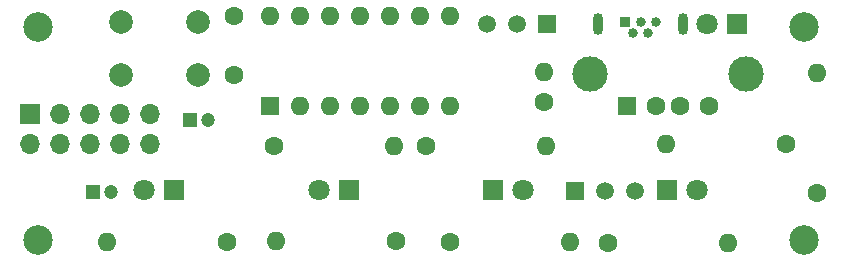
<source format=gbr>
%TF.GenerationSoftware,KiCad,Pcbnew,(6.0.1)*%
%TF.CreationDate,2022-09-28T11:42:46-07:00*%
%TF.ProjectId,BonkDaddyBoard,426f6e6b-4461-4646-9479-426f6172642e,1.1*%
%TF.SameCoordinates,Original*%
%TF.FileFunction,Soldermask,Bot*%
%TF.FilePolarity,Negative*%
%FSLAX46Y46*%
G04 Gerber Fmt 4.6, Leading zero omitted, Abs format (unit mm)*
G04 Created by KiCad (PCBNEW (6.0.1)) date 2022-09-28 11:42:46*
%MOMM*%
%LPD*%
G01*
G04 APERTURE LIST*
%ADD10R,0.840000X0.840000*%
%ADD11C,0.840000*%
%ADD12O,0.850000X1.850000*%
%ADD13C,2.500000*%
%ADD14C,2.000000*%
%ADD15R,1.800000X1.800000*%
%ADD16C,1.800000*%
%ADD17C,1.600000*%
%ADD18O,1.600000X1.600000*%
%ADD19R,1.200000X1.200000*%
%ADD20C,1.200000*%
%ADD21R,1.500000X1.500000*%
%ADD22C,1.500000*%
%ADD23R,1.600000X1.600000*%
%ADD24R,1.600000X1.500000*%
%ADD25C,3.000000*%
%ADD26R,1.700000X1.700000*%
%ADD27O,1.700000X1.700000*%
G04 APERTURE END LIST*
D10*
%TO.C,J2*%
X102700000Y-52500000D03*
D11*
X103350000Y-53500000D03*
X104000000Y-52500000D03*
X104650000Y-53500000D03*
X105300000Y-52500000D03*
D12*
X100425000Y-52720000D03*
X107575000Y-52720000D03*
%TD*%
D13*
%TO.C,H1*%
X53000000Y-53000000D03*
%TD*%
%TO.C,H2*%
X117800000Y-53000000D03*
%TD*%
%TO.C,H3*%
X53000000Y-71000000D03*
%TD*%
%TO.C,H4*%
X117800000Y-71000000D03*
%TD*%
D14*
%TO.C,SW1*%
X66500000Y-52500000D03*
X60000000Y-52500000D03*
X60000000Y-57000000D03*
X66500000Y-57000000D03*
%TD*%
D15*
%TO.C,D1*%
X106280000Y-66750000D03*
D16*
X108820000Y-66750000D03*
%TD*%
D15*
%TO.C,D2*%
X112200000Y-52750000D03*
D16*
X109660000Y-52750000D03*
%TD*%
D17*
%TO.C,R1*%
X101245000Y-71225000D03*
D18*
X111405000Y-71225000D03*
%TD*%
D17*
%TO.C,R2*%
X68980000Y-71175000D03*
D18*
X58820000Y-71175000D03*
%TD*%
D15*
%TO.C,D3*%
X91510000Y-66750000D03*
D16*
X94050000Y-66750000D03*
%TD*%
D17*
%TO.C,R4*%
X87895000Y-71175000D03*
D18*
X98055000Y-71175000D03*
%TD*%
D17*
%TO.C,R5*%
X83255000Y-71075000D03*
D18*
X73095000Y-71075000D03*
%TD*%
D17*
%TO.C,R6*%
X85845000Y-63000000D03*
D18*
X96005000Y-63000000D03*
%TD*%
D17*
%TO.C,R8*%
X118975000Y-67005000D03*
D18*
X118975000Y-56845000D03*
%TD*%
D17*
%TO.C,R9*%
X73000000Y-63000000D03*
D18*
X83160000Y-63000000D03*
%TD*%
D17*
%TO.C,C1*%
X69600000Y-52025000D03*
X69600000Y-57025000D03*
%TD*%
%TO.C,R7*%
X116330000Y-62875000D03*
D18*
X106170000Y-62875000D03*
%TD*%
D19*
%TO.C,C2*%
X65877401Y-60875000D03*
D20*
X67377401Y-60875000D03*
%TD*%
D15*
%TO.C,D5*%
X79290000Y-66750000D03*
D16*
X76750000Y-66750000D03*
%TD*%
D19*
%TO.C,C3*%
X57650000Y-66975000D03*
D20*
X59150000Y-66975000D03*
%TD*%
D21*
%TO.C,Q3*%
X96050000Y-52675000D03*
D22*
X93510000Y-52675000D03*
X90970000Y-52675000D03*
%TD*%
D23*
%TO.C,U1*%
X72650000Y-59625000D03*
D18*
X75190000Y-59625000D03*
X77730000Y-59625000D03*
X80270000Y-59625000D03*
X82810000Y-59625000D03*
X85350000Y-59625000D03*
X87890000Y-59625000D03*
X87890000Y-52005000D03*
X85350000Y-52005000D03*
X82810000Y-52005000D03*
X80270000Y-52005000D03*
X77730000Y-52005000D03*
X75190000Y-52005000D03*
X72650000Y-52005000D03*
%TD*%
D15*
%TO.C,D4*%
X64520000Y-66750000D03*
D16*
X61980000Y-66750000D03*
%TD*%
D21*
%TO.C,Q4*%
X98460000Y-66835000D03*
D22*
X101000000Y-66835000D03*
X103540000Y-66835000D03*
%TD*%
D24*
%TO.C,J3*%
X102825000Y-59695000D03*
D17*
X105325000Y-59695000D03*
X107325000Y-59695000D03*
X109825000Y-59695000D03*
D25*
X112895000Y-56985000D03*
X99755000Y-56985000D03*
%TD*%
D26*
%TO.C,J1*%
X52325000Y-60325000D03*
D27*
X52325000Y-62865000D03*
X54865000Y-60325000D03*
X54865000Y-62865000D03*
X57405000Y-60325000D03*
X57405000Y-62865000D03*
X59945000Y-60325000D03*
X59945000Y-62865000D03*
X62485000Y-60325000D03*
X62485000Y-62865000D03*
%TD*%
D17*
%TO.C,R3*%
X95800000Y-59320000D03*
D18*
X95800000Y-56780000D03*
%TD*%
M02*

</source>
